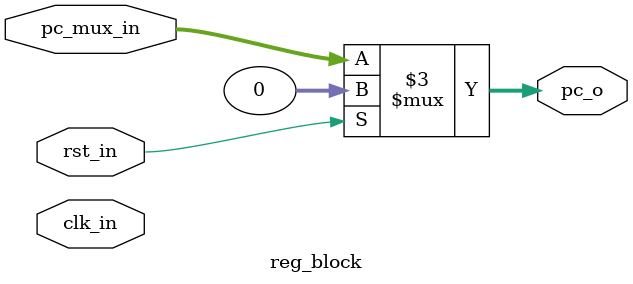
<source format=sv>
module reg_block (
    input clk_in,
    input rst_in,
    input [31:0] pc_mux_in,
    output reg [31:0] pc_o
);

always @* begin 
    if (rst_in) 
        pc_o = 32'h0;
    else 
        pc_o = pc_mux_in;
end 

endmodule

</source>
